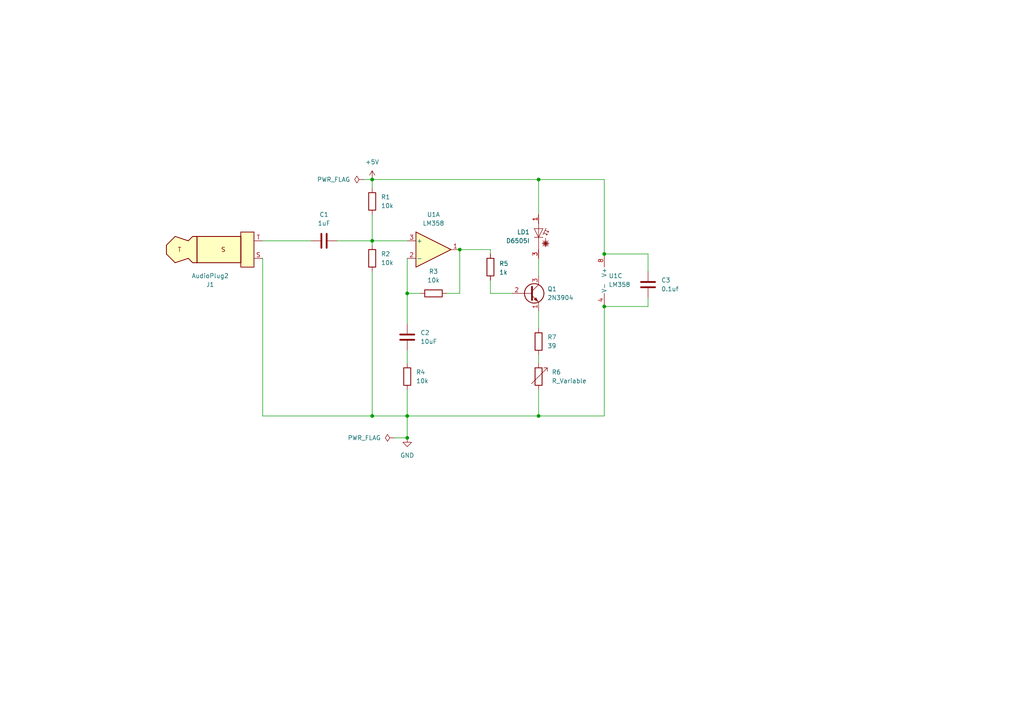
<source format=kicad_sch>
(kicad_sch (version 20250114) (generator "eeschema") (generator_version "9.0")
  (paper "A4")
  (lib_symbols
    (symbol "Amplifier_Operational:LM358" (pin_names (offset 0.127))
      (property "Reference" "U" (at 0 5.08 0))
      (property "Value" "LM358" (at 0 -5.08 0))
      (symbol "LM358_1_1"
        (polyline (pts (xy -5.08 5.08) (xy 5.08 0) (xy -5.08 -5.08) (xy -5.08 5.08)) (stroke (width 0.254)) (fill (type background)))
        (pin input line (at -7.62 2.54 0) (length 2.54) (name "+") (number "3"))
        (pin input line (at -7.62 -2.54 0) (length 2.54) (name "-") (number "2"))
        (pin output line (at 7.62 0 180) (length 2.54) (name "~") (number "1"))
      )
      (symbol "LM358_2_1"
        (polyline (pts (xy -5.08 5.08) (xy 5.08 0) (xy -5.08 -5.08) (xy -5.08 5.08)) (stroke (width 0.254)) (fill (type background)))
        (pin input line (at -7.62 2.54 0) (length 2.54) (name "+") (number "5"))
        (pin input line (at -7.62 -2.54 0) (length 2.54) (name "-") (number "6"))
        (pin output line (at 7.62 0 180) (length 2.54) (name "~") (number "7"))
      )
      (symbol "LM358_3_1"
        (pin power_in line (at -2.54 7.62 270) (length 3.81) (name "V+") (number "8"))
        (pin power_in line (at -2.54 -7.62 90) (length 3.81) (name "V-") (number "4"))
      )
    )
    (symbol "Connector_Audio:AudioPlug2"
      (property "Reference" "J" (at 10.16 6.35 0))
      (property "Value" "AudioPlug2" (at 10.16 -6.35 0))
      (symbol "AudioPlug2_0_0"
        (text "T" (at -8.89 0 0) (effects (font (size 1.27 1.27))))
        (text "S" (at 3.81 0 0) (effects (font (size 1.27 1.27))))
      )
      (symbol "AudioPlug2_0_1"
        (rectangle (start -3.81 3.81) (end 8.89 -3.81) (stroke (width 0.254)) (fill (type background)))
        (polyline (pts (xy -3.81 3.81) (xy -5.08 3.81) (xy -6.35 2.54) (xy -10.16 3.81) (xy -12.7 1.27) (xy -12.7 -1.27) (xy -10.16 -3.81) (xy -6.35 -2.54) (xy -5.08 -3.81) (xy -3.81 -3.81) (xy -3.81 3.81)) (stroke (width 0.254)) (fill (type background)))
        (rectangle (start 12.7 5.08) (end 8.89 -5.08) (stroke (width 0.254)) (fill (type background)))
      )
      (symbol "AudioPlug2_1_1"
        (pin passive line (at 15.24 2.54 180) (length 2.54) (name "~") (number "S"))
        (pin passive line (at 15.24 -2.54 180) (length 2.54) (name "~") (number "T"))
      )
    )
    (symbol "Device:C" (pin_numbers (hide yes)) (pin_names (offset 0.254))
      (property "Reference" "C" (at 0.635 2.54 0))
      (property "Value" "C" (at 0.635 -2.54 0))
      (symbol "C_0_1"
        (polyline (pts (xy -2.032 0.762) (xy 2.032 0.762)) (stroke (width 0.508)))
        (polyline (pts (xy -2.032 -0.762) (xy 2.032 -0.762)) (stroke (width 0.508)))
      )
      (symbol "C_1_1"
        (pin passive line (at 0 3.81 270) (length 2.794) (name "~") (number "1"))
        (pin passive line (at 0 -3.81 90) (length 2.794) (name "~") (number "2"))
      )
    )
    (symbol "Device:R" (pin_numbers (hide yes)) (pin_names (offset 0))
      (property "Reference" "R" (at 2.032 0 90))
      (property "Value" "R" (at 0 0 90))
      (symbol "R_0_1"
        (rectangle (start -1.016 -2.54) (end 1.016 2.54) (stroke (width 0.254)))
      )
      (symbol "R_1_1"
        (pin passive line (at 0 3.81 270) (length 1.27) (name "~") (number "1"))
        (pin passive line (at 0 -3.81 90) (length 1.27) (name "~") (number "2"))
      )
    )
    (symbol "Device:R_Variable" (pin_numbers (hide yes)) (pin_names (offset 0))
      (property "Reference" "R" (at 2.54 -2.54 90))
      (property "Value" "R_Variable" (at -2.54 -1.27 90))
      (symbol "R_Variable_0_1"
        (rectangle (start -1.016 -2.54) (end 1.016 2.54) (stroke (width 0.254)))
        (polyline (pts (xy 2.54 1.524) (xy 2.54 2.54) (xy 1.524 2.54) (xy 2.54 2.54) (xy -2.032 -2.032)))
      )
      (symbol "R_Variable_1_1"
        (pin passive line (at 0 3.81 270) (length 1.27) (name "~") (number "1"))
        (pin passive line (at 0 -3.81 90) (length 1.27) (name "~") (number "2"))
      )
    )
    (symbol "Diode_Laser:PL520" (pin_names (offset 1.016) (hide yes))
      (property "Reference" "LD" (at -1.27 4.445 0))
      (property "Value" "PL520" (at -1.27 -2.54 0))
      (symbol "PL520_0_1"
        (polyline (pts (xy -4.064 2.794) (xy -2.54 1.27)))
        (polyline (pts (xy -4.064 2.286) (xy -2.54 1.778)))
        (polyline (pts (xy -4.064 1.778) (xy -2.54 2.286)))
        (polyline (pts (xy -4.064 1.27) (xy -2.54 2.794)))
        (polyline (pts (xy -3.556 2.794) (xy -3.048 1.27)))
        (polyline (pts (xy -3.302 2.032) (xy -3.302 3.048)))
        (polyline (pts (xy -3.302 2.032) (xy -3.302 1.016)))
        (polyline (pts (xy -3.048 2.794) (xy -3.556 1.27)))
        (polyline (pts (xy -1.778 2.032) (xy -4.318 2.032)))
        (polyline (pts (xy -1.524 1.27) (xy -1.524 -1.27)) (stroke (width 0.1524)))
        (polyline (pts (xy -0.254 1.524) (xy -0.762 2.54) (xy -0.4717 2.4339) (xy -0.762 2.54) (xy -0.8485 2.2301)))
        (polyline (pts (xy 0.5442 1.9119) (xy 0.0362 2.9279) (xy 0.3265 2.8218) (xy 0.0362 2.9279) (xy -0.0503 2.618)))
        (polyline (pts (xy 2.54 0) (xy -5.08 0)))
      )
      (symbol "PL520_1_1"
        (polyline (pts (xy 1.016 -1.27) (xy 1.016 1.27) (xy -1.524 0) (xy 1.016 -1.27)))
        (polyline (pts (xy 1.0782 2.1762) (xy -0.762 1.27) (xy -0.762 1.27)))
        (pin passive line (at -7.62 0 0) (length 2.54) (name "C") (number "3"))
        (pin no_connect line (at -1.27 0 0) (length 2.54) (hide yes) (name "NC") (number "2"))
        (pin passive line (at 5.08 0 180) (length 2.54) (name "A") (number "1"))
      )
    )
    (symbol "Transistor_BJT:2N3904" (pin_names (offset 0) (hide yes))
      (property "Reference" "Q" (at 5.08 1.905 0))
      (property "Value" "2N3904" (at 5.08 0 0))
      (symbol "2N3904_0_1"
        (polyline (pts (xy -2.54 0) (xy 0.635 0)))
        (polyline (pts (xy 0.635 1.905) (xy 0.635 -1.905)) (stroke (width 0.508)))
        (circle (center 1.27 0) (radius 2.8194) (stroke (width 0.254)))
      )
      (symbol "2N3904_1_1"
        (polyline (pts (xy 0.635 0.635) (xy 2.54 2.54)))
        (polyline (pts (xy 0.635 -0.635) (xy 2.54 -2.54)))
        (polyline (pts (xy 1.27 -1.778) (xy 1.778 -1.27) (xy 2.286 -2.286) (xy 1.27 -1.778)) (fill (type outline)))
        (pin input line (at -5.08 0 0) (length 2.54) (name "B") (number "2"))
        (pin passive line (at 2.54 5.08 270) (length 2.54) (name "C") (number "3"))
        (pin passive line (at 2.54 -5.08 90) (length 2.54) (name "E") (number "1"))
      )
    )
    (symbol "power:+5V" (power) (pin_numbers (hide yes)) (pin_names (offset 0) (hide yes))
      (property "Value" "+5V" (at 0 3.556 0))
      (symbol "+5V_0_1"
        (polyline (pts (xy -0.762 1.27) (xy 0 2.54)))
        (polyline (pts (xy 0 2.54) (xy 0.762 1.27)))
        (polyline (pts (xy 0 0) (xy 0 2.54)))
      )
      (symbol "+5V_1_1"
        (pin power_in line (at 0 0 90) (length 0) (name "~") (number "1"))
      )
    )
    (symbol "power:GND" (power) (pin_numbers (hide yes)) (pin_names (offset 0) (hide yes))
      (property "Value" "GND" (at 0 -3.81 0))
      (symbol "GND_0_1"
        (polyline (pts (xy 0 0) (xy 0 -1.27) (xy 1.27 -1.27) (xy 0 -2.54) (xy -1.27 -1.27) (xy 0 -1.27)))
      )
      (symbol "GND_1_1"
        (pin power_in line (at 0 0 270) (length 0) (name "~") (number "1"))
      )
    )
    (symbol "power:PWR_FLAG" (power) (pin_numbers (hide yes)) (pin_names (offset 0) (hide yes))
      (property "Value" "PWR_FLAG" (at 0 3.81 0))
      (symbol "PWR_FLAG_0_0"
        (pin power_out line (at 0 0 90) (length 0) (name "~") (number "1"))
      )
      (symbol "PWR_FLAG_0_1"
        (polyline (pts (xy 0 0) (xy 0 1.27) (xy -1.016 1.905) (xy 0 2.54) (xy 1.016 1.905) (xy 0 1.27)))
      )
    )
  )
  (junction (at 107.95 120.65))
  (junction (at 133.35 72.39))
  (junction (at 156.21 52.07))
  (junction (at 156.21 120.65))
  (junction (at 118.11 85.09))
  (junction (at 118.11 120.65))
  (junction (at 175.26 73.66))
  (junction (at 175.26 88.9))
  (junction (at 107.95 69.85))
  (junction (at 118.11 127))
  (junction (at 107.95 52.07))
  (wire (pts (xy 142.24 72.39) (xy 133.35 72.39)))
  (wire (pts (xy 187.96 86.36) (xy 187.96 88.9)))
  (wire (pts (xy 97.79 69.85) (xy 107.95 69.85)))
  (wire (pts (xy 76.2 120.65) (xy 107.95 120.65)))
  (wire (pts (xy 187.96 73.66) (xy 175.26 73.66)))
  (wire (pts (xy 187.96 88.9) (xy 175.26 88.9)))
  (wire (pts (xy 76.2 69.85) (xy 90.17 69.85)))
  (wire (pts (xy 142.24 85.09) (xy 148.59 85.09)))
  (wire (pts (xy 129.54 85.09) (xy 133.35 85.09)))
  (wire (pts (xy 118.11 85.09) (xy 121.92 85.09)))
  (wire (pts (xy 76.2 74.93) (xy 76.2 120.65)))
  (wire (pts (xy 175.26 73.66) (xy 175.26 52.07)))
  (wire (pts (xy 156.21 52.07) (xy 175.26 52.07)))
  (wire (pts (xy 118.11 101.6) (xy 118.11 105.41)))
  (wire (pts (xy 156.21 120.65) (xy 175.26 120.65)))
  (wire (pts (xy 118.11 85.09) (xy 118.11 93.98)))
  (wire (pts (xy 107.95 62.23) (xy 107.95 69.85)))
  (wire (pts (xy 118.11 120.65) (xy 156.21 120.65)))
  (wire (pts (xy 114.3 127) (xy 118.11 127)))
  (wire (pts (xy 156.21 102.87) (xy 156.21 105.41)))
  (wire (pts (xy 107.95 78.74) (xy 107.95 120.65)))
  (wire (pts (xy 118.11 113.03) (xy 118.11 120.65)))
  (wire (pts (xy 107.95 69.85) (xy 107.95 71.12)))
  (wire (pts (xy 107.95 52.07) (xy 156.21 52.07)))
  (wire (pts (xy 107.95 69.85) (xy 118.11 69.85)))
  (wire (pts (xy 156.21 74.93) (xy 156.21 80.01)))
  (wire (pts (xy 156.21 113.03) (xy 156.21 120.65)))
  (wire (pts (xy 105.41 52.07) (xy 107.95 52.07)))
  (wire (pts (xy 142.24 73.66) (xy 142.24 72.39)))
  (wire (pts (xy 107.95 120.65) (xy 118.11 120.65)))
  (wire (pts (xy 133.35 85.09) (xy 133.35 72.39)))
  (wire (pts (xy 187.96 78.74) (xy 187.96 73.66)))
  (wire (pts (xy 156.21 90.17) (xy 156.21 95.25)))
  (wire (pts (xy 156.21 52.07) (xy 156.21 62.23)))
  (wire (pts (xy 118.11 120.65) (xy 118.11 127)))
  (wire (pts (xy 118.11 74.93) (xy 118.11 85.09)))
  (wire (pts (xy 107.95 52.07) (xy 107.95 54.61)))
  (wire (pts (xy 175.26 88.9) (xy 175.26 120.65)))
  (wire (pts (xy 142.24 85.09) (xy 142.24 81.28)))
  (symbol (lib_id "Device:R") (at 118.11 109.22 0) (unit 1)
    (property "Reference" "R4" (at 120.65 107.9499 0) (effects (justify left)))
    (property "Value" "10k" (at 120.65 110.4899 0) (effects (justify left)))
    (property "Description" "Resistor" (effects (hide yes)))
  )
  (symbol (lib_id "Device:R") (at 125.73 85.09 90) (unit 1)
    (property "Reference" "R3" (at 125.73 78.74 90))
    (property "Value" "10k" (at 125.73 81.28 90))
    (property "Description" "Resistor" (effects (hide yes)))
  )
  (symbol (lib_id "Device:R") (at 107.95 58.42 0) (unit 1)
    (property "Reference" "R1" (at 110.49 57.1499 0) (effects (justify left)))
    (property "Value" "10k" (at 110.49 59.6899 0) (effects (justify left)))
    (property "Description" "Resistor" (effects (hide yes)))
  )
  (symbol (lib_id "power:+5V") (at 107.95 52.07 0) (unit 1)
    (property "Reference" "#PWR01" (effects (hide yes)))
    (property "Value" "+5V" (at 107.95 46.99 0))
    (property "Description" "Power symbol creates a global label with name \"+5V\"" (effects (hide yes)))
  )
  (symbol (lib_id "power:PWR_FLAG") (at 105.41 52.07 90) (unit 1)
    (property "Reference" "#FLG01" (effects (hide yes)))
    (property "Value" "PWR_FLAG" (at 101.6 52.0699 90) (effects (justify left)))
    (property "Description" "Special symbol for telling ERC where power comes from" (effects (hide yes)))
  )
  (symbol (lib_id "Connector_Audio:AudioPlug2") (at 60.96 72.39 0) (mirror x) (unit 1)
    (property "Reference" "J1" (at 60.96 82.55 0))
    (property "Value" "AudioPlug2" (at 60.96 80.01 0))
    (property "Description" "Audio Jack, 2 Poles (Mono / TS)" (effects (hide yes)))
  )
  (symbol (lib_id "Device:C") (at 93.98 69.85 90) (unit 1)
    (property "Reference" "C1" (at 93.98 62.23 90))
    (property "Value" "1uF" (at 93.98 64.77 90))
    (property "Description" "Unpolarized capacitor" (effects (hide yes)))
  )
  (symbol (lib_id "Amplifier_Operational:LM358") (at 177.8 81.28 0) (unit 3)
    (property "Reference" "U1" (at 176.53 80.0099 0) (effects (justify left)))
    (property "Value" "LM358" (at 176.53 82.5499 0) (effects (justify left)))
    (property "Datasheet" "http://www.ti.com/lit/ds/symlink/lm2904-n.pdf" (effects (hide yes)))
    (property "Description" "Low-Power, Dual Operational Amplifiers, DIP-8/SOIC-8/TO-99-8" (effects (hide yes)))
  )
  (symbol (lib_id "Device:R") (at 156.21 99.06 0) (unit 1)
    (property "Reference" "R7" (at 158.75 97.7899 0) (effects (justify left)))
    (property "Value" "39" (at 158.75 100.3299 0) (effects (justify left)))
    (property "Description" "Resistor" (effects (hide yes)))
  )
  (symbol (lib_id "Device:C") (at 187.96 82.55 0) (unit 1)
    (property "Reference" "C3" (at 191.77 81.2799 0) (effects (justify left)))
    (property "Value" "0.1uf" (at 191.77 83.8199 0) (effects (justify left)))
    (property "Description" "Unpolarized capacitor" (effects (hide yes)))
  )
  (symbol (lib_id "Device:R_Variable") (at 156.21 109.22 0) (unit 1)
    (property "Reference" "R6" (at 160.02 107.9499 0) (effects (justify left)))
    (property "Value" "R_Variable" (at 160.02 110.4899 0) (effects (justify left)))
    (property "Description" "Variable resistor" (effects (hide yes)))
  )
  (symbol (lib_id "Device:C") (at 118.11 97.79 0) (unit 1)
    (property "Reference" "C2" (at 121.92 96.5199 0) (effects (justify left)))
    (property "Value" "10uF" (at 121.92 99.0599 0) (effects (justify left)))
    (property "Description" "Unpolarized capacitor" (effects (hide yes)))
  )
  (symbol (lib_id "Amplifier_Operational:LM358") (at 125.73 72.39 0) (unit 1)
    (property "Reference" "U1" (at 125.73 62.23 0))
    (property "Value" "LM358" (at 125.73 64.77 0))
    (property "Datasheet" "http://www.ti.com/lit/ds/symlink/lm2904-n.pdf" (effects (hide yes)))
    (property "Description" "Low-Power, Dual Operational Amplifiers, DIP-8/SOIC-8/TO-99-8" (effects (hide yes)))
  )
  (symbol (lib_id "Device:R") (at 142.24 77.47 0) (unit 1)
    (property "Reference" "R5" (at 144.78 76.454 0) (effects (justify left)))
    (property "Value" "1k" (at 144.78 78.994 0) (effects (justify left)))
    (property "Description" "Resistor" (effects (hide yes)))
  )
  (symbol (lib_id "Transistor_BJT:2N3904") (at 153.67 85.09 0) (unit 1)
    (property "Reference" "Q1" (at 158.75 83.8199 0) (effects (justify left)))
    (property "Value" "2N3904" (at 158.75 86.3599 0) (effects (justify left)))
    (property "Footprint" "Package_TO_SOT_THT:TO-92_Inline" (effects (hide yes)))
    (property "Datasheet" "https://www.onsemi.com/pub/Collateral/2N3903-D.PDF" (effects (hide yes)))
    (property "Description" "0.2A Ic, 40V Vce, Small Signal NPN Transistor, TO-92" (effects (hide yes)))
  )
  (symbol (lib_id "Diode_Laser:PL520") (at 156.21 67.31 270) (mirror x) (unit 1)
    (property "Reference" "LD1" (at 153.67 67.3099 90) (effects (justify right)))
    (property "Value" "D6505I" (at 153.67 69.8499 90) (effects (justify right)))
    (property "Footprint" "OptoDevice:LaserDiode_TO38ICut-3" (effects (hide yes)))
    (property "Datasheet" "http://www.osram-os.com/Graphics/XPic7/00234693_0.pdf/PL%20520.pdf" (effects (hide yes)))
    (property "Description" "Green Laser Diode (520nm), TO-38" (effects (hide yes)))
  )
  (symbol (lib_id "power:GND") (at 118.11 127 0) (unit 1)
    (property "Reference" "#PWR03" (effects (hide yes)))
    (property "Value" "GND" (at 118.11 132.08 0))
    (property "Description" "Power symbol creates a global label with name \"GND\" , ground" (effects (hide yes)))
  )
  (symbol (lib_id "power:PWR_FLAG") (at 114.3 127 90) (unit 1)
    (property "Reference" "#FLG02" (effects (hide yes)))
    (property "Value" "PWR_FLAG" (at 110.49 126.9999 90) (effects (justify left)))
    (property "Description" "Special symbol for telling ERC where power comes from" (effects (hide yes)))
  )
  (symbol (lib_id "Device:R") (at 107.95 74.93 0) (unit 1)
    (property "Reference" "R2" (at 110.49 73.6599 0) (effects (justify left)))
    (property "Value" "10k" (at 110.49 76.1999 0) (effects (justify left)))
    (property "Description" "Resistor" (effects (hide yes)))
  )
)
</source>
